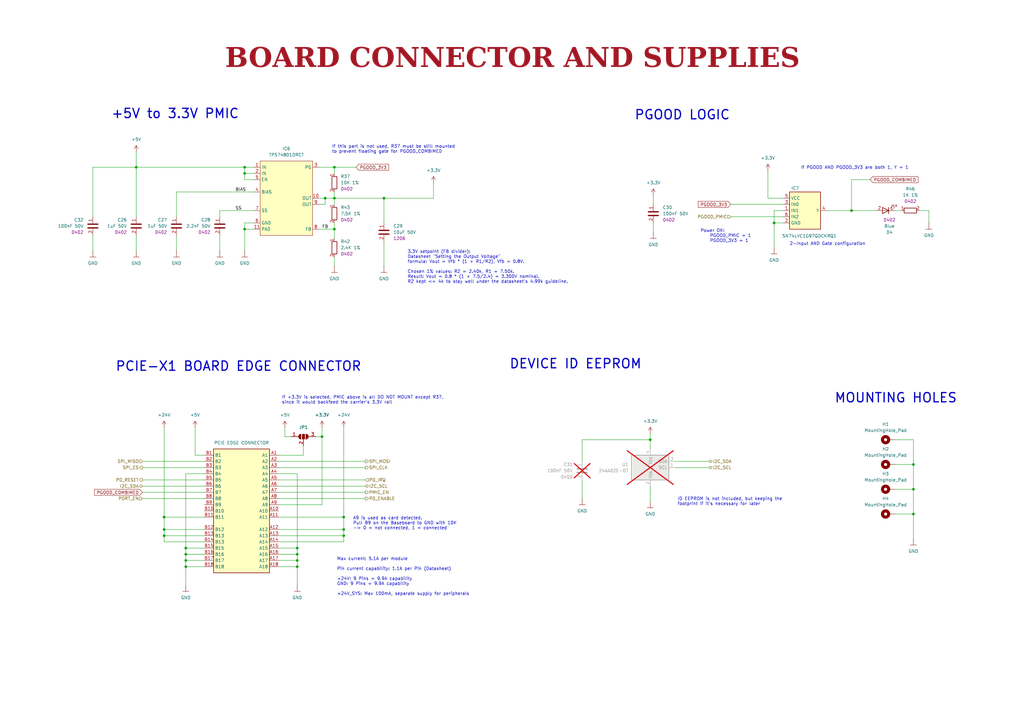
<source format=kicad_sch>
(kicad_sch (version 20250114) (generator "eeschema") (generator_version "9.0")
  (paper "A3")
  (title_block (date "2025-01-12") (rev "1.0.0") (company "DvidMakesThings"))
  (lib_symbols
    (symbol "DS_Capacitor_0402:100nF 50V 0402"
      (property "Reference" "C" (at 3.81 2.032 0))
      (property "Value" "100nF 50V" (at 3.81 0 0))
      (property "FOOTPRINT_SHORT" "0402" (at 3.81 -2.032 0))
      (symbol "100nF 50V 0402_0_1"
        (polyline (pts (xy -2.032 0.762) (xy 2.032 0.762)) (stroke (width 0.508)))
        (polyline (pts (xy -2.032 -0.762) (xy 2.032 -0.762)) (stroke (width 0.508)))
      )
      (symbol "100nF 50V 0402_1_1"
        (pin passive line (at 0 3.81 270) (length 2.794) (name "~") (number "1"))
        (pin passive line (at 0 -3.81 90) (length 2.794) (name "~") (number "2"))
      )
    )
    (symbol "DS_Capacitor_0402:1uF 50V 0402"
      (property "Reference" "C" (at 3.81 2.032 0))
      (property "Value" "1uF 50V" (at 3.81 0 0))
      (property "FOOTPRINT_SHORT" "0402" (at 3.81 -2.032 0))
      (symbol "1uF 50V 0402_0_1"
        (polyline (pts (xy -2.032 0.762) (xy 2.032 0.762)) (stroke (width 0.508)))
        (polyline (pts (xy -2.032 -0.762) (xy 2.032 -0.762)) (stroke (width 0.508)))
      )
      (symbol "1uF 50V 0402_1_1"
        (pin passive line (at 0 3.81 270) (length 2.794) (name "~") (number "1"))
        (pin passive line (at 0 -3.81 90) (length 2.794) (name "~") (number "2"))
      )
    )
    (symbol "DS_Capacitor_0402:2.2nF 50V 0402"
      (property "Reference" "C" (at 3.81 2.032 0))
      (property "Value" "2.2nF 50V" (at 3.81 0 0))
      (property "FOOTPRINT_SHORT" "0402" (at 3.81 -2.032 0))
      (symbol "2.2nF 50V 0402_0_1"
        (polyline (pts (xy -2.032 0.762) (xy 2.032 0.762)) (stroke (width 0.508)))
        (polyline (pts (xy -2.032 -0.762) (xy 2.032 -0.762)) (stroke (width 0.508)))
      )
      (symbol "2.2nF 50V 0402_1_1"
        (pin passive line (at 0 3.81 270) (length 2.794) (name "~") (number "1"))
        (pin passive line (at 0 -3.81 90) (length 2.794) (name "~") (number "2"))
      )
    )
    (symbol "DS_Capacitor_1206:10uF 50V 1206"
      (property "Reference" "C" (at 3.81 2.032 0))
      (property "Value" "10uF 50V" (at 3.81 0 0))
      (property "FOOTPRINT_SHORT" "1206" (at 3.81 -2.032 0))
      (symbol "10uF 50V 1206_0_1"
        (polyline (pts (xy -2.032 0.762) (xy 2.032 0.762)) (stroke (width 0.508)))
        (polyline (pts (xy -2.032 -0.762) (xy 2.032 -0.762)) (stroke (width 0.508)))
      )
      (symbol "10uF 50V 1206_1_1"
        (pin passive line (at 0 3.81 270) (length 2.794) (name "~") (number "1"))
        (pin passive line (at 0 -3.81 90) (length 2.794) (name "~") (number "2"))
      )
    )
    (symbol "DS_Connector:PCIe-Board Edge" (exclude_from_sim yes) (in_bom no)
      (property "Value" "PCIE EDGE CONNECTOR" (at -1.778 -9.144 0))
      (symbol "PCIe-Board Edge_0_1"
        (rectangle (start -3.81 43.18) (end 19.05 -7.62) (stroke (width 0.254)) (fill (type background)))
      )
      (symbol "PCIe-Board Edge_1_1"
        (pin power_in line (at -7.62 40.64 0) (length 3.81) (name "B1") (number "B1"))
        (pin passive line (at -7.62 38.1 0) (length 3.81) (name "B2") (number "B2"))
        (pin passive line (at -7.62 35.56 0) (length 3.81) (name "B3") (number "B3"))
        (pin power_in line (at -7.62 33.02 0) (length 3.81) (name "B4") (number "B4"))
        (pin input line (at -7.62 30.48 0) (length 3.81) (name "B5") (number "B5"))
        (pin bidirectional line (at -7.62 27.94 0) (length 3.81) (name "B6") (number "B6"))
        (pin passive line (at -7.62 25.4 0) (length 3.81) (name "B7") (number "B7"))
        (pin power_in line (at -7.62 22.86 0) (length 3.81) (name "B8") (number "B8"))
        (pin input line (at -7.62 20.32 0) (length 3.81) (name "B9") (number "B9"))
        (pin power_in line (at -7.62 17.78 0) (length 3.81) (name "B10") (number "B10"))
        (pin open_collector line (at -7.62 15.24 0) (length 3.81) (name "B11") (number "B11"))
        (pin passive line (at -7.62 10.16 0) (length 3.81) (name "B12") (number "B12"))
        (pin passive line (at -7.62 7.62 0) (length 3.81) (name "B13") (number "B13"))
        (pin input line (at -7.62 5.08 0) (length 3.81) (name "B13") (number "B14"))
        (pin input line (at -7.62 2.54 0) (length 3.81) (name "B15") (number "B15"))
        (pin passive line (at -7.62 0 0) (length 3.81) (name "B16") (number "B16"))
        (pin passive line (at -7.62 -2.54 0) (length 3.81) (name "B17") (number "B17"))
        (pin passive line (at -7.62 -5.08 0) (length 3.81) (name "B18") (number "B18"))
        (pin passive line (at 22.86 40.64 180) (length 3.81) (name "A1") (number "A1"))
        (pin passive line (at 22.86 38.1 180) (length 3.81) (name "A2") (number "A2"))
        (pin passive line (at 22.86 35.56 180) (length 3.81) (name "A3") (number "A3"))
        (pin passive line (at 22.86 33.02 180) (length 3.81) (name "A4") (number "A4"))
        (pin input line (at 22.86 30.48 180) (length 3.81) (name "A5") (number "A5"))
        (pin input line (at 22.86 27.94 180) (length 3.81) (name "A6") (number "A6"))
        (pin output line (at 22.86 25.4 180) (length 3.81) (name "A7") (number "A7"))
        (pin input line (at 22.86 22.86 180) (length 3.81) (name "A8") (number "A8"))
        (pin passive line (at 22.86 20.32 180) (length 3.81) (name "A9") (number "A9"))
        (pin passive line (at 22.86 17.78 180) (length 3.81) (name "A10") (number "A10"))
        (pin input line (at 22.86 15.24 180) (length 3.81) (name "A11") (number "A11"))
        (pin passive line (at 22.86 10.16 180) (length 3.81) (name "A12") (number "A12"))
        (pin input line (at 22.86 7.62 180) (length 3.81) (name "A13") (number "A13"))
        (pin input line (at 22.86 5.08 180) (length 3.81) (name "A14") (number "A14"))
        (pin passive line (at 22.86 2.54 180) (length 3.81) (name "A15") (number "A15"))
        (pin output line (at 22.86 0 180) (length 3.81) (name "A16") (number "A16"))
        (pin output line (at 22.86 -2.54 180) (length 3.81) (name "A17") (number "A17"))
        (pin passive line (at 22.86 -5.08 180) (length 3.81) (name "A18") (number "A18"))
      )
    )
    (symbol "DS_Opto:Blue 0402"
      (property "Reference" "D" (at -1.27 5.08 0))
      (property "Value" "Blue" (at -1.27 2.794 0))
      (property "Size" "0402" (at -1.016 -3.302 0))
      (symbol "Blue 0402_0_1"
        (polyline (pts (xy -3.048 -0.762) (xy -4.572 -2.286) (xy -3.81 -2.286) (xy -4.572 -2.286) (xy -4.572 -1.524)))
        (polyline (pts (xy -1.778 -0.762) (xy -3.302 -2.286) (xy -2.54 -2.286) (xy -3.302 -2.286) (xy -3.302 -1.524)))
        (polyline (pts (xy -1.27 0) (xy 1.27 0)))
        (polyline (pts (xy -1.27 -1.27) (xy -1.27 1.27)) (stroke (width 0.254)))
        (polyline (pts (xy 1.27 -1.27) (xy 1.27 1.27) (xy -1.27 0) (xy 1.27 -1.27)) (stroke (width 0.254)))
      )
      (symbol "Blue 0402_1_1"
        (pin passive line (at -3.81 0 0) (length 2.54) (name "") (number "1"))
        (pin passive line (at 3.81 0 180) (length 2.54) (name "") (number "2"))
      )
    )
    (symbol "DS_Peripherals:SN74LVC1G97QDCKRQ1"
      (property "Reference" "IC" (at -6.35 9.144 0))
      (property "Value" "SN74LVC1G97QDCKRQ1" (at 1.778 -9.652 0))
      (symbol "SN74LVC1G97QDCKRQ1_0_1"
        (rectangle (start -6.35 7.62) (end 6.35 -7.62) (stroke (width 0.254)) (fill (type background)))
      )
      (symbol "SN74LVC1G97QDCKRQ1_1_1"
        (pin power_in line (at -8.89 5.08 0) (length 2.54) (name "VCC") (number "5"))
        (pin passive line (at -8.89 2.54 0) (length 2.54) (name "IN0") (number "3"))
        (pin passive line (at -8.89 0 0) (length 2.54) (name "IN1") (number "1"))
        (pin passive line (at -8.89 -2.54 0) (length 2.54) (name "IN2") (number "6"))
        (pin power_in line (at -8.89 -5.08 0) (length 2.54) (name "GND") (number "2"))
        (pin passive line (at 8.89 0 180) (length 2.54) (name "Y") (number "4"))
      )
    )
    (symbol "DS_Resistor_0402:10K 1% 0402"
      (property "Reference" "R" (at 2.032 2.032 0))
      (property "Value" "10K 1%" (at 2.032 0 0))
      (property "FOOTPRINT_SHORT" "0402" (at 2.032 -2.032 0))
      (symbol "10K 1% 0402_0_1"
        (rectangle (start -1.016 2.54) (end 1.016 -2.54) (stroke (width 0.254)))
      )
      (symbol "10K 1% 0402_1_1"
        (pin passive line (at 0 3.81 270) (length 1.27) (name "~") (number "1"))
        (pin passive line (at 0 -3.81 90) (length 1.27) (name "~") (number "2"))
      )
    )
    (symbol "DS_Resistor_0402:1K 1% 0402"
      (property "Reference" "R" (at 2.032 2.032 0))
      (property "Value" "1K 1%" (at 2.032 0 0))
      (property "FOOTPRINT_SHORT" "0402" (at 2.032 -2.032 0))
      (symbol "1K 1% 0402_0_1"
        (rectangle (start -1.016 2.54) (end 1.016 -2.54) (stroke (width 0.254)))
      )
      (symbol "1K 1% 0402_1_1"
        (pin passive line (at 0 3.81 270) (length 1.27) (name "~") (number "1"))
        (pin passive line (at 0 -3.81 90) (length 1.27) (name "~") (number "2"))
      )
    )
    (symbol "DS_Resistor_0402:2.4K 1% 0402"
      (property "Reference" "R" (at 2.032 2.032 0))
      (property "Value" "2.4K 1%" (at 2.032 0 0))
      (property "FOOTPRINT_SHORT" "0402" (at 2.032 -2.032 0))
      (symbol "2.4K 1% 0402_0_1"
        (rectangle (start -1.016 2.54) (end 1.016 -2.54) (stroke (width 0.254)))
      )
      (symbol "2.4K 1% 0402_1_1"
        (pin passive line (at 0 3.81 270) (length 1.27) (name "~") (number "1"))
        (pin passive line (at 0 -3.81 90) (length 1.27) (name "~") (number "2"))
      )
    )
    (symbol "DS_Resistor_0402:7.5K 1% 0402"
      (property "Reference" "R" (at 2.032 2.032 0))
      (property "Value" "7.5K 1%" (at 2.032 0 0))
      (property "FOOTPRINT_SHORT" "0402" (at 2.032 -2.032 0))
      (symbol "7.5K 1% 0402_0_1"
        (rectangle (start -1.016 2.54) (end 1.016 -2.54) (stroke (width 0.254)))
      )
      (symbol "7.5K 1% 0402_1_1"
        (pin passive line (at 0 3.81 270) (length 1.27) (name "~") (number "1"))
        (pin passive line (at 0 -3.81 90) (length 1.27) (name "~") (number "2"))
      )
    )
    (symbol "DS_Supply:GND" (power) (pin_numbers (hide yes)) (pin_names (offset 0) (hide yes))
      (property "Value" "GND" (at 0 -3.81 0))
      (symbol "GND_0_1"
        (polyline (pts (xy 0 0) (xy 0 -2.54) (xy 1.27 -2.54) (xy 0 -2.54) (xy -1.27 -2.54) (xy 0 -2.54)))
      )
      (symbol "GND_1_1"
        (pin power_in line (at 0 0 270) (length 0) (name "~") (number "1"))
      )
    )
    (symbol "DS_Vreg:TPS74801DRCT"
      (property "Reference" "IC" (at -7.874 17.018 0))
      (property "Value" "TPS74801DRCT" (at -11.176 -17.526 0))
      (symbol "TPS74801DRCT_0_1"
        (rectangle (start -11.43 15.24) (end 10.16 -15.24) (fill (type background)))
      )
      (symbol "TPS74801DRCT_1_0"
        (pin power_in line (at -13.97 12.7 0) (length 2.54) (name "IN") (number "1"))
        (pin power_in line (at -13.97 10.16 0) (length 2.54) (name "IN") (number "2"))
        (pin input line (at -13.97 7.62 0) (length 2.54) (name "EN") (number "5"))
        (pin input line (at -13.97 2.54 0) (length 2.54) (name "BIAS") (number "4"))
        (pin passive line (at -13.97 -5.08 0) (length 2.54) (name "SS") (number "7"))
        (pin power_in line (at -13.97 -10.16 0) (length 2.54) (name "GND") (number "6"))
        (pin power_in line (at -13.97 -12.7 0) (length 2.54) (name "PAD") (number "11"))
        (pin passive line (at 12.7 12.7 180) (length 2.54) (name "PG") (number "3"))
        (pin power_in line (at 12.7 0 180) (length 2.54) (name "OUT") (number "10"))
        (pin power_in line (at 12.7 -2.54 180) (length 2.54) (name "OUT") (number "9"))
        (pin input line (at 12.7 -12.7 180) (length 2.54) (name "FB") (number "8"))
      )
    )
    (symbol "Jumper:SolderJumper_3_Open" (pin_names (offset 0) (hide yes)) (in_bom no)
      (property "Reference" "JP" (at -2.54 -2.54 0))
      (property "Value" "SolderJumper_3_Open" (at 0 2.794 0))
      (symbol "SolderJumper_3_Open_0_1"
        (polyline (pts (xy -2.54 0) (xy -2.032 0)))
        (polyline (pts (xy -1.016 1.016) (xy -1.016 -1.016)))
        (arc (start -1.016 -1.016) (mid -2.0276 0) (end -1.016 1.016))
        (arc (start -1.016 -1.016) (mid -2.0276 0) (end -1.016 1.016) (fill (type outline)))
        (rectangle (start -0.508 1.016) (end 0.508 -1.016) (fill (type outline)))
        (polyline (pts (xy 0 -1.27) (xy 0 -1.016)))
        (arc (start 1.016 1.016) (mid 2.0276 0) (end 1.016 -1.016))
        (arc (start 1.016 1.016) (mid 2.0276 0) (end 1.016 -1.016) (fill (type outline)))
        (polyline (pts (xy 1.016 1.016) (xy 1.016 -1.016)))
        (polyline (pts (xy 2.54 0) (xy 2.032 0)))
      )
      (symbol "SolderJumper_3_Open_1_1"
        (pin passive line (at -5.08 0 0) (length 2.54) (name "A") (number "1"))
        (pin passive line (at 0 -3.81 90) (length 2.54) (name "C") (number "2"))
        (pin passive line (at 5.08 0 180) (length 2.54) (name "B") (number "3"))
      )
    )
    (symbol "Mechanical:MountingHole_Pad" (pin_numbers (hide yes)) (pin_names (offset 1.016) (hide yes)) (in_bom no)
      (property "Reference" "H" (at 0 6.35 0))
      (property "Value" "MountingHole_Pad" (at 0 4.445 0))
      (symbol "MountingHole_Pad_0_1"
        (circle (center 0 1.27) (radius 1.27) (stroke (width 1.27)))
      )
      (symbol "MountingHole_Pad_1_1"
        (pin input line (at 0 -2.54 90) (length 2.54) (name "1") (number "1"))
      )
    )
    (symbol "Memory_EEPROM:24AA02E-OT"
      (property "Reference" "U" (at -7.62 6.35 0))
      (property "Value" "24AA02E-OT" (at 2.54 -6.35 0))
      (symbol "24AA02E-OT_1_1"
        (rectangle (start -7.62 5.08) (end 7.62 -5.08) (stroke (width 0.254)) (fill (type background)))
        (pin no_connect line (at -10.16 0 0) (length 2.54) (hide yes) (name "NC") (number "5"))
        (pin power_in line (at 0 7.62 270) (length 2.54) (name "V_{CC}") (number "4"))
        (pin power_in line (at 0 -7.62 90) (length 2.54) (name "V_{SS}") (number "2"))
        (pin bidirectional line (at 10.16 2.54 180) (length 2.54) (name "SDA") (number "3"))
        (pin input line (at 10.16 0 180) (length 2.54) (name "SCL") (number "1"))
      )
    )
    (symbol "power:+24V" (power) (pin_numbers (hide yes)) (pin_names (offset 0) (hide yes))
      (property "Value" "+24V" (at 0 3.556 0))
      (symbol "+24V_0_1"
        (polyline (pts (xy -0.762 1.27) (xy 0 2.54)))
        (polyline (pts (xy 0 2.54) (xy 0.762 1.27)))
        (polyline (pts (xy 0 0) (xy 0 2.54)))
      )
      (symbol "+24V_1_1"
        (pin power_in line (at 0 0 90) (length 0) (name "~") (number "1"))
      )
    )
    (symbol "power:+3.3V" (power) (pin_numbers (hide yes)) (pin_names (offset 0) (hide yes))
      (property "Value" "+3.3V" (at 0 3.556 0))
      (symbol "+3.3V_0_1"
        (polyline (pts (xy -0.762 1.27) (xy 0 2.54)))
        (polyline (pts (xy 0 2.54) (xy 0.762 1.27)))
        (polyline (pts (xy 0 0) (xy 0 2.54)))
      )
      (symbol "+3.3V_1_1"
        (pin power_in line (at 0 0 90) (length 0) (name "~") (number "1"))
      )
    )
    (symbol "power:+5V" (power) (pin_numbers (hide yes)) (pin_names (offset 0) (hide yes))
      (property "Value" "+5V" (at 0 3.556 0))
      (symbol "+5V_0_1"
        (polyline (pts (xy -0.762 1.27) (xy 0 2.54)))
        (polyline (pts (xy 0 2.54) (xy 0.762 1.27)))
        (polyline (pts (xy 0 0) (xy 0 2.54)))
      )
      (symbol "+5V_1_1"
        (pin power_in line (at 0 0 90) (length 0) (name "~") (number "1"))
      )
    )
  )
  (text "ID EEPROM is not included, but keeping the \nfootprint if it's necessary for later" (at 277.876 205.74 0) (effects (font (size 1.27 1.27)) (justify left)))
  (text "DEVICE ID EEPROM" (at 208.788 149.352 0) (effects (font (size 3.81 3.81) (thickness 0.508) (bold yes)) (justify left)))
  (text "If this part is not used, R37 must be still mounted\nto prevent floating gate for PGOOD_COMBIMED" (at 136.144 61.214 0) (effects (font (size 1.27 1.27)) (justify left)))
  (text "MOUNTING HOLES" (at 342.138 163.322 0) (effects (font (size 3.81 3.81) (thickness 0.508) (bold yes)) (justify left)))
  (text "If +3.3V is selected, PMIC above is all DO NOT MOUNT except R37,\nsince it would backfeed the carrier's 3.3V rail" (at 115.57 164.084 0) (effects (font (size 1.27 1.27)) (justify left)))
  (text "Max current: 5.1A per module\n\nPin current capability: 1.1A per Pin (Datasheet)\n\n+24V: 9 Pins = 9.9A capability\nGND: 9 Pins = 9.9A capability\n\n+24V_SYS: Max 100mA, separate supply for peripherals" (at 138.176 236.474 0) (effects (font (size 1.27 1.27)) (justify left)))
  (text "Power OK: \n    PGOOD_PMIC = 1\n    PGOOD_3V3 = 1" (at 287.274 96.774 0) (effects (font (size 1.27 1.27)) (justify left)))
  (text "A9 is used as card detected.\nPull B9 on the Baseboard to GND with 10K\n-> 0 = not connected, 1 = connected" (at 144.78 214.63 0) (effects (font (size 1.27 1.27)) (justify left)))
  (text "If PGOOD AND PGOOD_3V3 are both 1, Y = 1" (at 328.422 68.834 0) (effects (font (size 1.27 1.27)) (justify left)))
  (text "+5V to 3.3V PMIC" (at 45.466 46.736 0) (effects (font (size 3.81 3.81) (thickness 0.508) (bold yes)) (justify left)))
  (text "3.3V setpoint (FB divider): \nDatasheet \"Setting the Output Voltage\" \nformula: Vout = Vfb * (1 + R1/R2), Vfb = 0.8V. \n\nChosen 1% values: R2 = 2.40k, R1 = 7.50k. \nResult: Vout = 0.8 * (1 + 7.5/2.4) = 3.300V nominal. \nR2 kept <= 4k to stay well under the datasheet's 4.99k guideline." (at 167.132 109.474 0) (effects (font (size 1.27 1.27)) (justify left)))
  (text "PCIE-X1 BOARD EDGE CONNECTOR" (at 47.244 150.368 0) (effects (font (size 3.81 3.81) (thickness 0.508) (bold yes)) (justify left)))
  (text "PGOOD LOGIC" (at 260.096 47.244 0) (effects (font (size 3.81 3.81) (thickness 0.508) (bold yes)) (justify left)))
  (text "2-Input AND Gate configuration" (at 323.85 100.076 0) (effects (font (size 1.27 1.27)) (justify left)))
  (text_box "BOARD CONNECTOR AND SUPPLIES" (at 12.7 17.78 0) (size 394.97 12.7) (margins 5.9999 5.9999 5.9999 5.9999) (stroke (width -0.0001)) (effects (font (size 8 8) (thickness 1.2) (bold yes))))
  (junction (at 76.2 227.33))
  (junction (at 137.16 93.98))
  (junction (at 266.7 180.34))
  (junction (at 137.16 81.28))
  (junction (at 55.88 68.58))
  (junction (at 100.33 68.58))
  (junction (at 137.16 68.58))
  (junction (at 121.92 232.41))
  (junction (at 67.31 217.17))
  (junction (at 121.92 229.87))
  (junction (at 121.92 224.79))
  (junction (at 121.92 227.33))
  (junction (at 132.08 179.07))
  (junction (at 140.97 212.09))
  (junction (at 133.35 81.28))
  (junction (at 157.48 81.28))
  (junction (at 76.2 232.41))
  (junction (at 76.2 224.79))
  (junction (at 374.65 210.82))
  (junction (at 100.33 93.98))
  (junction (at 349.25 86.36))
  (junction (at 140.97 217.17))
  (junction (at 67.31 212.09))
  (junction (at 140.97 219.71))
  (junction (at 317.5 91.44))
  (junction (at 100.33 71.12))
  (junction (at 76.2 229.87))
  (junction (at 374.65 190.5))
  (junction (at 374.65 200.66))
  (junction (at 67.31 219.71))
  (wire (pts (xy 55.88 68.58) (xy 100.33 68.58)))
  (wire (pts (xy 67.31 212.09) (xy 83.82 212.09)))
  (wire (pts (xy 377.19 86.36) (xy 381 86.36)))
  (wire (pts (xy 116.84 179.07) (xy 119.38 179.07)))
  (wire (pts (xy 349.25 73.66) (xy 349.25 86.36)))
  (wire (pts (xy 38.1 102.87) (xy 38.1 96.52)))
  (wire (pts (xy 90.17 86.36) (xy 90.17 88.9)))
  (wire (pts (xy 374.65 200.66) (xy 374.65 210.82)))
  (wire (pts (xy 177.8 74.93) (xy 177.8 81.28)))
  (wire (pts (xy 137.16 91.44) (xy 137.16 93.98)))
  (wire (pts (xy 114.3 212.09) (xy 140.97 212.09)))
  (wire (pts (xy 157.48 81.28) (xy 157.48 91.44)))
  (wire (pts (xy 266.7 180.34) (xy 266.7 184.15)))
  (wire (pts (xy 374.65 210.82) (xy 374.65 220.98)))
  (wire (pts (xy 137.16 78.74) (xy 137.16 81.28)))
  (wire (pts (xy 114.3 227.33) (xy 121.92 227.33)))
  (wire (pts (xy 140.97 217.17) (xy 140.97 212.09)))
  (wire (pts (xy 55.88 68.58) (xy 55.88 88.9)))
  (wire (pts (xy 238.76 180.34) (xy 266.7 180.34)))
  (wire (pts (xy 114.3 222.25) (xy 140.97 222.25)))
  (wire (pts (xy 67.31 212.09) (xy 67.31 217.17)))
  (wire (pts (xy 124.46 182.88) (xy 124.46 186.69)))
  (wire (pts (xy 121.92 227.33) (xy 121.92 229.87)))
  (wire (pts (xy 137.16 68.58) (xy 146.05 68.58)))
  (wire (pts (xy 114.3 219.71) (xy 140.97 219.71)))
  (wire (pts (xy 38.1 68.58) (xy 55.88 68.58)))
  (wire (pts (xy 76.2 227.33) (xy 76.2 229.87)))
  (wire (pts (xy 137.16 81.28) (xy 137.16 83.82)))
  (wire (pts (xy 114.3 191.77) (xy 149.86 191.77)))
  (wire (pts (xy 374.65 190.5) (xy 374.65 200.66)))
  (wire (pts (xy 114.3 204.47) (xy 149.86 204.47)))
  (wire (pts (xy 369.57 86.36) (xy 367.03 86.36)))
  (wire (pts (xy 339.09 86.36) (xy 349.25 86.36)))
  (wire (pts (xy 130.81 93.98) (xy 137.16 93.98)))
  (wire (pts (xy 100.33 93.98) (xy 100.33 102.87)))
  (wire (pts (xy 129.54 179.07) (xy 132.08 179.07)))
  (wire (pts (xy 76.2 224.79) (xy 76.2 227.33)))
  (wire (pts (xy 114.3 232.41) (xy 121.92 232.41)))
  (wire (pts (xy 100.33 68.58) (xy 104.14 68.58)))
  (wire (pts (xy 100.33 73.66) (xy 104.14 73.66)))
  (wire (pts (xy 132.08 175.26) (xy 132.08 179.07)))
  (wire (pts (xy 121.92 229.87) (xy 121.92 232.41)))
  (wire (pts (xy 100.33 71.12) (xy 104.14 71.12)))
  (wire (pts (xy 317.5 86.36) (xy 317.5 91.44)))
  (wire (pts (xy 58.42 196.85) (xy 83.82 196.85)))
  (wire (pts (xy 72.39 102.87) (xy 72.39 96.52)))
  (wire (pts (xy 130.81 81.28) (xy 133.35 81.28)))
  (wire (pts (xy 137.16 93.98) (xy 137.16 97.79)))
  (wire (pts (xy 83.82 217.17) (xy 67.31 217.17)))
  (wire (pts (xy 367.03 200.66) (xy 374.65 200.66)))
  (wire (pts (xy 267.97 95.25) (xy 267.97 91.44)))
  (wire (pts (xy 55.88 102.87) (xy 55.88 96.52)))
  (wire (pts (xy 114.3 217.17) (xy 140.97 217.17)))
  (wire (pts (xy 76.2 229.87) (xy 83.82 229.87)))
  (wire (pts (xy 266.7 177.8) (xy 266.7 180.34)))
  (wire (pts (xy 114.3 199.39) (xy 149.86 199.39)))
  (wire (pts (xy 130.81 68.58) (xy 137.16 68.58)))
  (wire (pts (xy 276.86 191.77) (xy 290.83 191.77)))
  (wire (pts (xy 321.31 91.44) (xy 317.5 91.44)))
  (wire (pts (xy 76.2 232.41) (xy 83.82 232.41)))
  (wire (pts (xy 100.33 91.44) (xy 100.33 93.98)))
  (wire (pts (xy 90.17 86.36) (xy 104.14 86.36)))
  (wire (pts (xy 114.3 229.87) (xy 121.92 229.87)))
  (wire (pts (xy 114.3 196.85) (xy 149.86 196.85)))
  (wire (pts (xy 83.82 186.69) (xy 80.01 186.69)))
  (wire (pts (xy 58.42 199.39) (xy 83.82 199.39)))
  (wire (pts (xy 133.35 81.28) (xy 133.35 83.82)))
  (wire (pts (xy 76.2 194.31) (xy 76.2 224.79)))
  (wire (pts (xy 76.2 227.33) (xy 83.82 227.33)))
  (wire (pts (xy 137.16 81.28) (xy 157.48 81.28)))
  (wire (pts (xy 140.97 217.17) (xy 140.97 219.71)))
  (wire (pts (xy 140.97 219.71) (xy 140.97 222.25)))
  (wire (pts (xy 367.03 190.5) (xy 374.65 190.5)))
  (wire (pts (xy 381 86.36) (xy 381 91.44)))
  (wire (pts (xy 83.82 222.25) (xy 67.31 222.25)))
  (wire (pts (xy 83.82 224.79) (xy 76.2 224.79)))
  (wire (pts (xy 116.84 175.26) (xy 116.84 179.07)))
  (wire (pts (xy 58.42 204.47) (xy 83.82 204.47)))
  (wire (pts (xy 317.5 91.44) (xy 317.5 101.6)))
  (wire (pts (xy 299.72 83.82) (xy 321.31 83.82)))
  (wire (pts (xy 349.25 86.36) (xy 359.41 86.36)))
  (wire (pts (xy 374.65 180.34) (xy 374.65 190.5)))
  (wire (pts (xy 276.86 189.23) (xy 290.83 189.23)))
  (wire (pts (xy 100.33 71.12) (xy 100.33 73.66)))
  (wire (pts (xy 121.92 232.41) (xy 121.92 240.03)))
  (wire (pts (xy 114.3 224.79) (xy 121.92 224.79)))
  (wire (pts (xy 67.31 175.26) (xy 67.31 212.09)))
  (wire (pts (xy 55.88 62.23) (xy 55.88 68.58)))
  (wire (pts (xy 100.33 93.98) (xy 104.14 93.98)))
  (wire (pts (xy 114.3 186.69) (xy 124.46 186.69)))
  (wire (pts (xy 157.48 81.28) (xy 177.8 81.28)))
  (wire (pts (xy 58.42 191.77) (xy 83.82 191.77)))
  (wire (pts (xy 314.96 69.85) (xy 314.96 81.28)))
  (wire (pts (xy 238.76 204.47) (xy 238.76 196.85)))
  (wire (pts (xy 130.81 83.82) (xy 133.35 83.82)))
  (wire (pts (xy 83.82 194.31) (xy 76.2 194.31)))
  (wire (pts (xy 140.97 212.09) (xy 140.97 175.26)))
  (wire (pts (xy 114.3 207.01) (xy 132.08 207.01)))
  (wire (pts (xy 349.25 73.66) (xy 356.87 73.66)))
  (wire (pts (xy 100.33 68.58) (xy 100.33 71.12)))
  (wire (pts (xy 317.5 86.36) (xy 321.31 86.36)))
  (wire (pts (xy 238.76 180.34) (xy 238.76 189.23)))
  (wire (pts (xy 67.31 222.25) (xy 67.31 219.71)))
  (wire (pts (xy 114.3 201.93) (xy 149.86 201.93)))
  (wire (pts (xy 367.03 180.34) (xy 374.65 180.34)))
  (wire (pts (xy 114.3 189.23) (xy 149.86 189.23)))
  (wire (pts (xy 90.17 96.52) (xy 90.17 102.87)))
  (wire (pts (xy 72.39 78.74) (xy 72.39 88.9)))
  (wire (pts (xy 58.42 189.23) (xy 83.82 189.23)))
  (wire (pts (xy 72.39 78.74) (xy 104.14 78.74)))
  (wire (pts (xy 267.97 80.01) (xy 267.97 83.82)))
  (wire (pts (xy 83.82 219.71) (xy 67.31 219.71)))
  (wire (pts (xy 367.03 210.82) (xy 374.65 210.82)))
  (wire (pts (xy 157.48 99.06) (xy 157.48 109.22)))
  (wire (pts (xy 76.2 229.87) (xy 76.2 232.41)))
  (wire (pts (xy 137.16 68.58) (xy 137.16 71.12)))
  (wire (pts (xy 76.2 232.41) (xy 76.2 240.03)))
  (wire (pts (xy 67.31 219.71) (xy 67.31 217.17)))
  (wire (pts (xy 114.3 194.31) (xy 121.92 194.31)))
  (wire (pts (xy 100.33 91.44) (xy 104.14 91.44)))
  (wire (pts (xy 121.92 194.31) (xy 121.92 224.79)))
  (wire (pts (xy 38.1 68.58) (xy 38.1 88.9)))
  (wire (pts (xy 58.42 201.93) (xy 83.82 201.93)))
  (wire (pts (xy 133.35 81.28) (xy 137.16 81.28)))
  (wire (pts (xy 266.7 205.74) (xy 266.7 199.39)))
  (wire (pts (xy 299.72 88.9) (xy 321.31 88.9)))
  (wire (pts (xy 121.92 224.79) (xy 121.92 227.33)))
  (wire (pts (xy 137.16 105.41) (xy 137.16 109.22)))
  (wire (pts (xy 132.08 179.07) (xy 132.08 207.01)))
  (wire (pts (xy 80.01 175.26) (xy 80.01 186.69)))
  (wire (pts (xy 314.96 81.28) (xy 321.31 81.28)))
  (label "FB" (at 132.08 93.98 0))
  (label "SS" (at 96.52 86.36 0))
  (label "BIAS" (at 96.52 78.74 0))
  (global_label "PGOOD_COMBIMED" (shape input) (at 356.87 73.66 0) (property "Intersheetrefs" "${INTERSHEET_REFS}" (effects (hide yes))))
  (global_label "PGOOD_COMBIMED" (shape input) (at 58.42 201.93 180) (property "Intersheetrefs" "${INTERSHEET_REFS}" (effects (hide yes))))
  (global_label "PGOOD_3V3" (shape input) (at 146.05 68.58 0) (property "Intersheetrefs" "${INTERSHEET_REFS}" (effects (hide yes))))
  (global_label "PGOOD_3V3" (shape input) (at 299.72 83.82 180) (property "Intersheetrefs" "${INTERSHEET_REFS}" (effects (hide yes))))
  (hierarchical_label "SPI_MISO" (shape input) (at 58.42 189.23 180))
  (hierarchical_label "I2C_SCL" (shape bidirectional) (at 149.86 199.39 0))
  (hierarchical_label "I2C_SDA" (shape bidirectional) (at 58.42 199.39 180))
  (hierarchical_label "SPI_CS" (shape output) (at 58.42 191.77 180))
  (hierarchical_label "PMIC_EN" (shape output) (at 149.86 201.93 0))
  (hierarchical_label "PD_ENABLE" (shape output) (at 149.86 204.47 0))
  (hierarchical_label "PD_IRQ" (shape input) (at 149.86 196.85 0))
  (hierarchical_label "SPI_MOSI" (shape output) (at 149.86 189.23 0))
  (hierarchical_label "SPI_CLK" (shape output) (at 149.86 191.77 0))
  (hierarchical_label "PGOOD_PMIC" (shape input) (at 299.72 88.9 180))
  (hierarchical_label "I2C_SDA" (shape bidirectional) (at 290.83 189.23 0))
  (hierarchical_label "PORT_EN" (shape input) (at 58.42 204.47 180))
  (hierarchical_label "PD_RESET" (shape output) (at 58.42 196.85 180))
  (hierarchical_label "I2C_SCL" (shape bidirectional) (at 290.83 191.77 0))
  (symbol (lib_id "power:+3.3V") (at 266.7 177.8 0) (unit 1)
    (property "Reference" "#PWR084" (effects (hide yes)))
    (property "Value" "+3.3V" (at 266.7 172.72 0))
    (property "Description" "Power symbol creates a global label with name \"+3.3V\"" (effects (hide yes)))
  )
  (symbol (lib_id "DS_Supply:GND") (at 121.92 240.03 0) (unit 1)
    (property "Reference" "#PWR64" (effects (hide yes)))
    (property "Value" "GND" (at 121.92 245.11 0))
    (property "Description" "Power symbol creates a global label with name \"GND\" , ground" (effects (hide yes)))
  )
  (symbol (lib_id "DS_Resistor_0402:1K 1% 0402") (at 373.38 86.36 90) (mirror x) (unit 1)
    (property "Reference" "R46" (at 373.38 77.47 90))
    (property "Value" "1K 1%" (at 373.38 80.01 90))
    (property "Footprint" "Resistor_SMD:R_0402_1005Metric" (effects (hide yes)))
    (property "Description" "62.5mW Thick Film Resistors 50V ±100ppm/℃ ±1% 1kΩ 0402 Chip Resistor - Surface Mount ROHS" (effects (hide yes)))
    (property "LCSC_PART" "C11702" (effects (hide yes)))
    (property "ROHS" "YES" (effects (hide yes)))
    (property "FOOTPRINT_SHORT" "0402" (at 373.38 82.55 90))
    (property "MFR" "FH" (effects (hide yes)))
  )
  (symbol (lib_id "power:+3.3V") (at 132.08 175.26 0) (unit 1)
    (property "Reference" "#PWR067" (effects (hide yes)))
    (property "Value" "+3.3V" (at 132.08 170.18 0))
    (property "Description" "Power symbol creates a global label with name \"+3.3V\"" (effects (hide yes)))
  )
  (symbol (lib_id "DS_Capacitor_1206:10uF 50V 1206") (at 157.48 95.25 0) (unit 1)
    (property "Reference" "C29" (at 161.29 92.7099 0) (effects (justify left)))
    (property "Value" "10uF 50V" (at 161.29 95.2499 0) (effects (justify left)))
    (property "Footprint" "Capacitor_SMD:C_1206_3216Metric" (effects (hide yes)))
    (property "Datasheet" "https://jlcpcb.com/api/file/downloadByFileSystemAccessId/8579707359440130048" (effects (hide yes)))
    (property "Description" "50V 10uF X5R ±10% 1206 Multilayer Ceramic Capacitors MLCC - SMD/SMT ROHS" (effects (hide yes)))
    (property "FOOTPRINT_SHORT" "1206" (at 161.29 97.7899 0) (effects (justify left)))
    (property "ROHS" "YES" (effects (hide yes)))
    (property "LCSC_PART" "C13585" (effects (hide yes)))
    (property "MFR" "Samsung Electro-Mechanics" (effects (hide yes)))
    (property "MPN" "CL31A106KBHNNNE" (effects (hide yes)))
  )
  (symbol (lib_id "DS_Supply:GND") (at 137.16 109.22 0) (unit 1)
    (property "Reference" "#PWR074" (effects (hide yes)))
    (property "Value" "GND" (at 137.16 114.3 0))
    (property "Description" "Power symbol creates a global label with name \"GND\" , ground" (effects (hide yes)))
  )
  (symbol (lib_id "Mechanical:MountingHole_Pad") (at 364.49 190.5 90) (unit 1) (in_bom no)
    (property "Reference" "H2" (at 363.22 184.15 90))
    (property "Value" "MountingHole_Pad" (at 363.22 186.69 90))
    (property "Footprint" "MountingHole:MountingHole_2.2mm_M2_Pad_Via" (effects (hide yes)))
    (property "Description" "Mounting Hole with connection" (effects (hide yes)))
  )
  (symbol (lib_id "power:+24V") (at 140.97 175.26 0) (unit 1)
    (property "Reference" "#PWR065" (effects (hide yes)))
    (property "Value" "+24V" (at 140.97 170.18 0))
    (property "Description" "Power symbol creates a global label with name \"+24V\"" (effects (hide yes)))
  )
  (symbol (lib_id "DS_Supply:GND") (at 76.2 240.03 0) (unit 1)
    (property "Reference" "#PWR63" (effects (hide yes)))
    (property "Value" "GND" (at 76.2 245.11 0))
    (property "Description" "Power symbol creates a global label with name \"GND\" , ground" (effects (hide yes)))
  )
  (symbol (lib_id "DS_Supply:GND") (at 72.39 102.87 0) (unit 1)
    (property "Reference" "#PWR070" (effects (hide yes)))
    (property "Value" "GND" (at 72.39 107.95 0))
    (property "Description" "Power symbol creates a global label with name \"GND\" , ground" (effects (hide yes)))
  )
  (symbol (lib_id "power:+5V") (at 80.01 175.26 0) (unit 1)
    (property "Reference" "#PWR066" (effects (hide yes)))
    (property "Value" "+5V" (at 80.01 170.18 0))
    (property "Description" "Power symbol creates a global label with name \"+5V\"" (effects (hide yes)))
  )
  (symbol (lib_id "power:+5V") (at 55.88 62.23 0) (unit 1)
    (property "Reference" "#PWR068" (effects (hide yes)))
    (property "Value" "+5V" (at 55.88 57.15 0))
    (property "Description" "Power symbol creates a global label with name \"+5V\"" (effects (hide yes)))
  )
  (symbol (lib_id "power:+3.3V") (at 267.97 80.01 0) (mirror y) (unit 1)
    (property "Reference" "#PWR077" (effects (hide yes)))
    (property "Value" "+3.3V" (at 267.97 74.93 0))
    (property "Description" "Power symbol creates a global label with name \"+3.3V\"" (effects (hide yes)))
  )
  (symbol (lib_id "DS_Supply:GND") (at 267.97 95.25 0) (unit 1)
    (property "Reference" "#PWR078" (effects (hide yes)))
    (property "Value" "GND" (at 267.97 100.33 0))
    (property "Description" "Power symbol creates a global label with name \"GND\" , ground" (effects (hide yes)))
  )
  (symbol (lib_id "power:+5V") (at 116.84 175.26 0) (unit 1)
    (property "Reference" "#PWR076" (effects (hide yes)))
    (property "Value" "+5V" (at 116.84 170.18 0))
    (property "Description" "Power symbol creates a global label with name \"+5V\"" (effects (hide yes)))
  )
  (symbol (lib_id "DS_Capacitor_0402:1uF 50V 0402") (at 72.39 92.71 0) (mirror y) (unit 1)
    (property "Reference" "C27" (at 68.58 90.1699 0) (effects (justify left)))
    (property "Value" "1uF 50V" (at 68.58 92.7099 0) (effects (justify left)))
    (property "Footprint" "Capacitor_SMD:C_0402_1005Metric" (effects (hide yes)))
    (property "Description" "50V 1uF X5R ±10% 0402 Multilayer Ceramic Capacitors MLCC - SMD/SMT ROHS" (effects (hide yes)))
    (property "FOOTPRINT_SHORT" "0402" (at 68.58 95.2499 0) (effects (justify left)))
    (property "ROHS" "YES" (effects (hide yes)))
    (property "LCSC_PART" "C1518208" (effects (hide yes)))
  )
  (symbol (lib_id "DS_Peripherals:SN74LVC1G97QDCKRQ1") (at 330.2 86.36 0) (unit 1)
    (property "Reference" "IC7" (at 326.136 77.216 0))
    (property "Value" "SN74LVC1G97QDCKRQ1" (at 331.978 96.774 0))
    (property "Footprint" "DS_Peripherals:SOT-363_SC-70-6" (effects (hide yes)))
    (property "Datasheet" "https://www.ti.com/general/docs/suppproductinfo.tsp?distId=10&gotoUrl=https%3A%2F%2Fwww.ti.com%2Flit%2Fgpn%2Fsn74lvc1g97-q1" (effects (hide yes)))
    (property "Description" "Configurable Multiple Function Configurable 1 Circuit 3 Input SC-70-6" (effects (hide yes)))
    (property "MPN" "SN74LVC1G97QDCKRQ1" (effects (hide yes)))
    (property "MFR" "Texas Instruments" (effects (hide yes)))
    (property "LCSC_PART" "C179911" (effects (hide yes)))
    (property "DIST1" "https://www.digikey.de/en/products/detail/texas-instruments/sn74lvc1g97qdckrq1/716453" (effects (hide yes)))
    (property "ROHS" "YES" (effects (hide yes)))
  )
  (symbol (lib_id "DS_Capacitor_0402:1uF 50V 0402") (at 55.88 92.71 0) (mirror y) (unit 1)
    (property "Reference" "C26" (at 52.07 90.1699 0) (effects (justify left)))
    (property "Value" "1uF 50V" (at 52.07 92.7099 0) (effects (justify left)))
    (property "Footprint" "Capacitor_SMD:C_0402_1005Metric" (effects (hide yes)))
    (property "Description" "50V 1uF X5R ±10% 0402 Multilayer Ceramic Capacitors MLCC - SMD/SMT ROHS" (effects (hide yes)))
    (property "FOOTPRINT_SHORT" "0402" (at 52.07 95.2499 0) (effects (justify left)))
    (property "ROHS" "YES" (effects (hide yes)))
    (property "LCSC_PART" "C1518208" (effects (hide yes)))
  )
  (symbol (lib_id "DS_Capacitor_0402:2.2nF 50V 0402") (at 90.17 92.71 0) (mirror y) (unit 1)
    (property "Reference" "C28" (at 86.36 90.1699 0) (effects (justify left)))
    (property "Value" "2.2nF 50V" (at 86.36 92.7099 0) (effects (justify left)))
    (property "Footprint" "Capacitor_SMD:C_0402_1005Metric" (effects (hide yes)))
    (property "Datasheet" "https://jlcpcb.com/api/file/downloadByFileSystemAccessId/8588898740437962752" (effects (hide yes)))
    (property "Description" "Chip Capacitor (MLCC) 0402 2.2nF ±10% 50V X7R" (effects (hide yes)))
    (property "FOOTPRINT_SHORT" "0402" (at 86.36 95.2499 0) (effects (justify left)))
    (property "ROHS" "YES" (effects (hide yes)))
    (property "LCSC_PART" "C106861" (effects (hide yes)))
    (property "MFR" "YAGEO" (effects (hide yes)))
    (property "MPN" "CC0402KRX7R9BB222" (effects (hide yes)))
  )
  (symbol (lib_id "DS_Supply:GND") (at 55.88 102.87 0) (unit 1)
    (property "Reference" "#PWR069" (effects (hide yes)))
    (property "Value" "GND" (at 55.88 107.95 0))
    (property "Description" "Power symbol creates a global label with name \"GND\" , ground" (effects (hide yes)))
  )
  (symbol (lib_id "Memory_EEPROM:24AA02E-OT") (at 266.7 191.77 0) (unit 1) (in_bom no) (dnp yes)
    (property "Reference" "U1" (at 257.81 190.4999 0) (effects (justify right)))
    (property "Value" "24AA02E-OT" (at 257.81 193.0399 0) (effects (justify right)))
    (property "Footprint" "Package_TO_SOT_SMD:SOT-23-5" (effects (hide yes)))
    (property "Datasheet" "https://ww1.microchip.com/downloads/aemDocuments/documents/MPD/ProductDocuments/DataSheets/2-Kbit-I2C-Serial-EEPROMs-+EUI-48-or-EUI-64-Node-20002124.pdf" (effects (hide yes)))
    (property "Description" "I2C Serial EEPROM with EUI-48 or EUI-64, 2Kb, SOT-23-5" (effects (hide yes)))
  )
  (symbol (lib_id "DS_Vreg:TPS74801DRCT") (at 118.11 81.28 0) (unit 1)
    (property "Reference" "IC6" (at 117.475 60.96 0))
    (property "Value" "TPS74801DRCT" (at 117.475 63.5 0))
    (property "Footprint" "DS_Vreg:VSON-10-1EP_3x3mm_P0.5mm_EP1.65x2.4mm_ThermalVias" (effects (hide yes)))
    (property "Datasheet" "https://www.ti.com/lit/ds/symlink/tps74801.pdf?HQS=dis-dk-null-digikeymode-dsf-pf-null-wwe&ts=1770203100490&ref_url=https%253A%252F%252Fwww.ti.com%252Fgeneral%252Fdocs%252Fsuppproductinfo.tsp%253FdistId%253D10%2526gotoUrl%253Dhttps%253A%252F%252Fwww.ti.com%252Flit%252Fgpn%252Ftps74801" (effects (hide yes)))
    (property "Description" "Linear Voltage Regulator IC Positive Adjustable 1 Output 1.5A 10-VSON (3x3)" (effects (hide yes)))
    (property "ROHS" "YES" (effects (hide yes)))
    (property "MPN" "TPS74801DRCT" (effects (hide yes)))
    (property "MFR" "Texas Instruments" (effects (hide yes)))
    (property "LCSC_PART" "C882845" (effects (hide yes)))
    (property "DIST1" "https://www.digikey.at/en/products/detail/texas-instruments/tps74801drct/1908307" (effects (hide yes)))
  )
  (symbol (lib_id "Mechanical:MountingHole_Pad") (at 364.49 210.82 90) (unit 1) (in_bom no)
    (property "Reference" "H4" (at 363.22 204.47 90))
    (property "Value" "MountingHole_Pad" (at 363.22 207.01 90))
    (property "Footprint" "MountingHole:MountingHole_2.2mm_M2_Pad_Via" (effects (hide yes)))
    (property "Description" "Mounting Hole with connection" (effects (hide yes)))
  )
  (symbol (lib_id "DS_Supply:GND") (at 317.5 101.6 0) (unit 1)
    (property "Reference" "#PWR081" (effects (hide yes)))
    (property "Value" "GND" (at 317.5 106.68 0))
    (property "Description" "Power symbol creates a global label with name \"GND\" , ground" (effects (hide yes)))
  )
  (symbol (lib_id "DS_Resistor_0402:2.4K 1% 0402") (at 137.16 101.6 0) (unit 1)
    (property "Reference" "R42" (at 139.7 99.0599 0) (effects (justify left)))
    (property "Value" "2.4K 1%" (at 139.7 101.5999 0) (effects (justify left)))
    (property "Footprint" "Resistor_SMD:R_0402_1005Metric" (effects (hide yes)))
    (property "Description" "62.5mW Thick Film Resistors 50V ±100ppm/℃ ±1% 2.4kΩ 0402 Chip Resistor - Surface Mount ROHS" (effects (hide yes)))
    (property "LCSC_PART" "C25882" (effects (hide yes)))
    (property "ROHS" "YES" (effects (hide yes)))
    (property "FOOTPRINT_SHORT" "0402" (at 139.7 104.1399 0) (effects (justify left)))
    (property "MFR" "LIZ" (effects (hide yes)))
  )
  (symbol (lib_id "DS_Supply:GND") (at 266.7 205.74 0) (unit 1)
    (property "Reference" "#PWR085" (effects (hide yes)))
    (property "Value" "GND" (at 266.7 210.82 0))
    (property "Description" "Power symbol creates a global label with name \"GND\" , ground" (effects (hide yes)))
  )
  (symbol (lib_id "Mechanical:MountingHole_Pad") (at 364.49 200.66 90) (unit 1) (in_bom no)
    (property "Reference" "H3" (at 363.22 194.31 90))
    (property "Value" "MountingHole_Pad" (at 363.22 196.85 90))
    (property "Footprint" "MountingHole:MountingHole_2.2mm_M2_Pad_Via" (effects (hide yes)))
    (property "Description" "Mounting Hole with connection" (effects (hide yes)))
  )
  (symbol (lib_id "DS_Capacitor_0402:100nF 50V 0402") (at 38.1 92.71 0) (mirror y) (unit 1)
    (property "Reference" "C32" (at 34.29 90.1699 0) (effects (justify left)))
    (property "Value" "100nF 50V" (at 34.29 92.7099 0) (effects (justify left)))
    (property "Footprint" "Capacitor_SMD:C_0402_1005Metric" (effects (hide yes)))
    (property "Description" "50V 100nF X7R ±10% 0402 Multilayer Ceramic Capacitors MLCC - SMD/SMT ROHS" (effects (hide yes)))
    (property "FOOTPRINT_SHORT" "0402" (at 34.29 95.2499 0) (effects (justify left)))
    (property "ROHS" "YES" (effects (hide yes)))
    (property "LCSC_PART" "C307331" (effects (hide yes)))
  )
  (symbol (lib_id "DS_Resistor_0402:10K 1% 0402") (at 137.16 74.93 0) (unit 1)
    (property "Reference" "R37" (at 139.7 72.3899 0) (effects (justify left)))
    (property "Value" "10K 1%" (at 139.7 74.9299 0) (effects (justify left)))
    (property "Footprint" "Resistor_SMD:R_0402_1005Metric" (effects (hide yes)))
    (property "Description" "62.5mW Thick Film Resistors 50V ±100ppm/℃ ±1% 10kΩ 0402 Chip Resistor - Surface Mount ROHS" (effects (hide yes)))
    (property "LCSC_PART" "C25744" (effects (hide yes)))
    (property "ROHS" "YES" (effects (hide yes)))
    (property "FOOTPRINT_SHORT" "0402" (at 139.7 77.4699 0) (effects (justify left)))
    (property "MFR" "ROHM" (effects (hide yes)))
  )
  (symbol (lib_id "DS_Capacitor_0402:100nF 50V 0402") (at 267.97 87.63 0) (unit 1)
    (property "Reference" "C30" (at 271.78 85.0899 0) (effects (justify left)))
    (property "Value" "100nF 50V" (at 271.78 87.6299 0) (effects (justify left)))
    (property "Footprint" "Capacitor_SMD:C_0402_1005Metric" (effects (hide yes)))
    (property "Description" "50V 100nF X7R ±10% 0402 Multilayer Ceramic Capacitors MLCC - SMD/SMT ROHS" (effects (hide yes)))
    (property "FOOTPRINT_SHORT" "0402" (at 271.78 90.1699 0) (effects (justify left)))
    (property "ROHS" "YES" (effects (hide yes)))
    (property "LCSC_PART" "C307331" (effects (hide yes)))
  )
  (symbol (lib_id "DS_Supply:GND") (at 90.17 102.87 0) (unit 1)
    (property "Reference" "#PWR072" (effects (hide yes)))
    (property "Value" "GND" (at 90.17 107.95 0))
    (property "Description" "Power symbol creates a global label with name \"GND\" , ground" (effects (hide yes)))
  )
  (symbol (lib_id "DS_Supply:GND") (at 157.48 109.22 0) (unit 1)
    (property "Reference" "#PWR073" (effects (hide yes)))
    (property "Value" "GND" (at 157.48 114.3 0))
    (property "Description" "Power symbol creates a global label with name \"GND\" , ground" (effects (hide yes)))
  )
  (symbol (lib_id "DS_Supply:GND") (at 381 91.44 0) (unit 1)
    (property "Reference" "#PWR079" (effects (hide yes)))
    (property "Value" "GND" (at 381 96.52 0))
    (property "Description" "Power symbol creates a global label with name \"GND\" , ground" (effects (hide yes)))
  )
  (symbol (lib_id "Jumper:SolderJumper_3_Open") (at 124.46 179.07 0) (unit 1) (in_bom no)
    (property "Reference" "JP1" (at 124.46 175.26 0))
    (property "Value" "SolderJumper_3_Open" (effects (hide yes)))
    (property "Footprint" "Jumper:SolderJumper-3_P1.3mm_Open_Pad1.0x1.5mm" (effects (hide yes)))
    (property "Description" "Solder Jumper, 3-pole, open" (effects (hide yes)))
  )
  (symbol (lib_id "DS_Supply:GND") (at 238.76 204.47 0) (unit 1)
    (property "Reference" "#PWR086" (effects (hide yes)))
    (property "Value" "GND" (at 238.76 209.55 0))
    (property "Description" "Power symbol creates a global label with name \"GND\" , ground" (effects (hide yes)))
  )
  (symbol (lib_id "DS_Resistor_0402:7.5K 1% 0402") (at 137.16 87.63 0) (unit 1)
    (property "Reference" "R43" (at 139.7 85.0899 0) (effects (justify left)))
    (property "Value" "7.5K 1%" (at 139.7 87.6299 0) (effects (justify left)))
    (property "Footprint" "Resistor_SMD:R_0402_1005Metric" (effects (hide yes)))
    (property "Description" "62.5mW Thick Film Resistors 50V ±100ppm/℃ ±1% 7.5kΩ 0402 Chip Resistor - Surface Mount ROHS" (effects (hide yes)))
    (property "LCSC_PART" "C25918" (effects (hide yes)))
    (property "ROHS" "YES" (effects (hide yes)))
    (property "FOOTPRINT_SHORT" "0402" (at 139.7 90.1699 0) (effects (justify left)))
    (property "MFR" "Uniohm" (effects (hide yes)))
  )
  (symbol (lib_id "DS_Connector:PCIe-Board Edge") (at 91.44 227.33 0) (unit 1) (exclude_from_sim yes) (in_bom no)
    (property "Reference" "J2" (effects (hide yes)))
    (property "Value" "PCIE EDGE CONNECTOR" (at 99.06 181.61 0))
    (property "Footprint" "DS_Connector:BUS_PCIexpress_x1" (effects (hide yes)))
    (property "ROHS" "YES" (effects (hide yes)))
  )
  (symbol (lib_id "DS_Supply:GND") (at 100.33 102.87 0) (unit 1)
    (property "Reference" "#PWR071" (effects (hide yes)))
    (property "Value" "GND" (at 100.33 107.95 0))
    (property "Description" "Power symbol creates a global label with name \"GND\" , ground" (effects (hide yes)))
  )
  (symbol (lib_id "DS_Supply:GND") (at 374.65 220.98 0) (unit 1)
    (property "Reference" "#PWR062" (effects (hide yes)))
    (property "Value" "GND" (at 374.65 226.06 0))
    (property "Description" "Power symbol creates a global label with name \"GND\" , ground" (effects (hide yes)))
  )
  (symbol (lib_id "DS_Supply:GND") (at 38.1 102.87 0) (unit 1)
    (property "Reference" "#PWR092" (effects (hide yes)))
    (property "Value" "GND" (at 38.1 107.95 0))
    (property "Description" "Power symbol creates a global label with name \"GND\" , ground" (effects (hide yes)))
  )
  (symbol (lib_id "Mechanical:MountingHole_Pad") (at 364.49 180.34 90) (unit 1) (in_bom no)
    (property "Reference" "H1" (at 363.22 173.99 90))
    (property "Value" "MountingHole_Pad" (at 363.22 176.53 90))
    (property "Footprint" "MountingHole:MountingHole_2.2mm_M2_Pad_Via" (effects (hide yes)))
    (property "Description" "Mounting Hole with connection" (effects (hide yes)))
  )
  (symbol (lib_id "power:+24V") (at 67.31 175.26 0) (unit 1)
    (property "Reference" "#PWR61" (effects (hide yes)))
    (property "Value" "+24V" (at 67.31 170.18 0))
    (property "Description" "Power symbol creates a global label with name \"+24V\"" (effects (hide yes)))
  )
  (symbol (lib_id "power:+3.3V") (at 314.96 69.85 0) (unit 1)
    (property "Reference" "#PWR080" (effects (hide yes)))
    (property "Value" "+3.3V" (at 314.96 64.77 0))
    (property "Description" "Power symbol creates a global label with name \"+3.3V\"" (effects (hide yes)))
  )
  (symbol (lib_id "DS_Opto:Blue 0402") (at 363.22 86.36 180) (unit 1)
    (property "Reference" "D4" (at 364.8075 95.25 0))
    (property "Value" "Blue" (at 364.8075 92.71 0))
    (property "Footprint" "LED_SMD:LED_0402_1005Metric" (effects (hide yes)))
    (property "Datasheet" "https://jlcpcb.com/api/file/downloadByFileSystemAccessId/8590921452453912577" (effects (hide yes)))
    (property "Description" "-40℃~+85℃ 120° 20mA 240mcd 3.3V 455nm~475nm 465nm 70mW Blue Discrete Diode Top-mount Water Clear 0402 LED Indication - Discrete ROHS" (effects (hide yes)))
    (property "MPN" "XL-1005UBC" (effects (hide yes)))
    (property "MFR" "XINGLIGHT" (effects (hide yes)))
    (property "LCSC_PART" "C22355736" (effects (hide yes)))
    (property "ROHS" "YES" (effects (hide yes)))
    (property "Size" "0402" (at 364.8075 90.17 0))
  )
  (symbol (lib_id "DS_Capacitor_0402:100nF 50V 0402") (at 238.76 193.04 0) (mirror y) (unit 1) (in_bom no) (dnp yes)
    (property "Reference" "C31" (at 234.95 190.4999 0) (effects (justify left)))
    (property "Value" "100nF 50V" (at 234.95 193.0399 0) (effects (justify left)))
    (property "Footprint" "Capacitor_SMD:C_0402_1005Metric" (effects (hide yes)))
    (property "Description" "50V 100nF X7R ±10% 0402 Multilayer Ceramic Capacitors MLCC - SMD/SMT ROHS" (effects (hide yes)))
    (property "FOOTPRINT_SHORT" "0402" (at 234.95 195.5799 0) (effects (justify left)))
    (property "ROHS" "YES" (effects (hide yes)))
    (property "LCSC_PART" "C307331" (effects (hide yes)))
  )
  (symbol (lib_id "power:+3.3V") (at 177.8 74.93 0) (unit 1)
    (property "Reference" "#PWR075" (effects (hide yes)))
    (property "Value" "+3.3V" (at 177.8 69.85 0))
    (property "Description" "Power symbol creates a global label with name \"+3.3V\"" (effects (hide yes)))
  )
)
</source>
